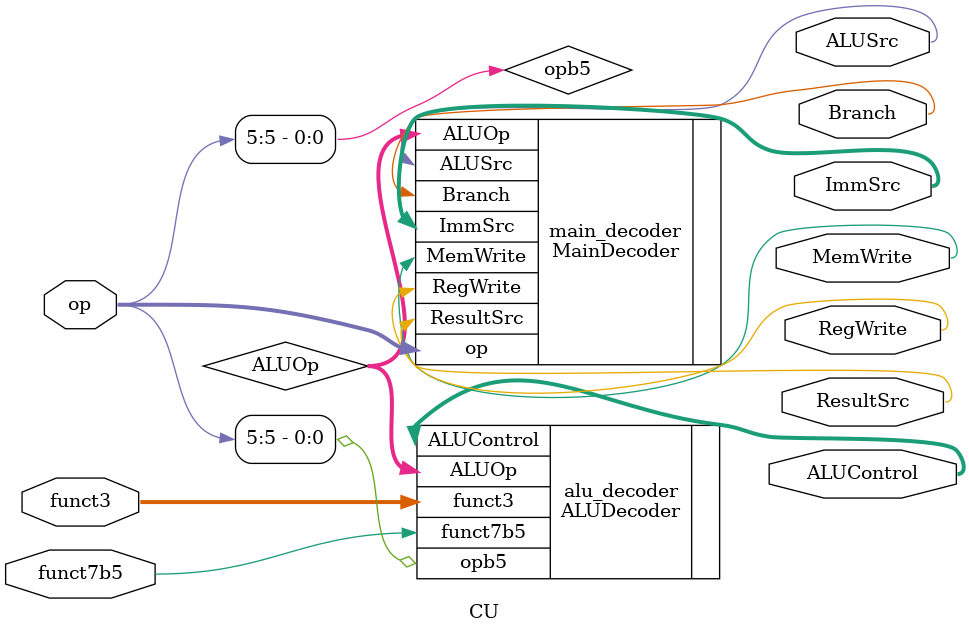
<source format=v>
`include "ALUDecoder.v"
`include "MainDecoder.v"

module CU (
    input  wire [6:0] op,
    input  wire [2:0] funct3,
    input  wire       funct7b5,
    output wire       ResultSrc,
    output wire       MemWrite,
    output wire       ALUSrc,
    output wire [1:0] ImmSrc,
    output wire       RegWrite,
    output wire [2:0] ALUControl,
    output wire Branch
);

    wire [1:0] ALUOp;
    wire       opb5;

    assign opb5 = op[5];

    // Internal control signals from MainDecoder
    MainDecoder main_decoder (
        .op(op),
        .Branch(Branch),
        .ResultSrc(ResultSrc),
        .MemWrite(MemWrite),
        .ALUSrc(ALUSrc),
        .ImmSrc(ImmSrc),
        .RegWrite(RegWrite),
        .ALUOp(ALUOp)
    );

    // ALU control logic
    ALUDecoder alu_decoder (
        .ALUOp(ALUOp),
        .funct3(funct3),
        .opb5(opb5),
        .funct7b5(funct7b5),
        .ALUControl(ALUControl)
    );

endmodule

</source>
